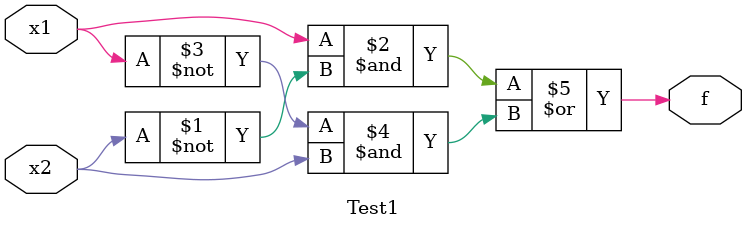
<source format=v>
module Test1(x1, x2, f);
input x1, x2;
output f;

	assign f = (x1 & ~x2) | (~x1 & x2);
	
endmodule 
</source>
